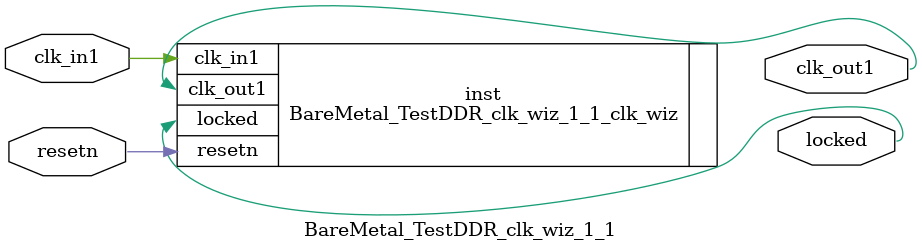
<source format=v>


`timescale 1ps/1ps

(* CORE_GENERATION_INFO = "BareMetal_TestDDR_clk_wiz_1_1,clk_wiz_v6_0_11_0_0,{component_name=BareMetal_TestDDR_clk_wiz_1_1,use_phase_alignment=true,use_min_o_jitter=false,use_max_i_jitter=false,use_dyn_phase_shift=false,use_inclk_switchover=false,use_dyn_reconfig=false,enable_axi=0,feedback_source=FDBK_AUTO,PRIMITIVE=MMCM,num_out_clk=1,clkin1_period=12.500,clkin2_period=10.0,use_power_down=false,use_reset=true,use_locked=true,use_inclk_stopped=false,feedback_type=SINGLE,CLOCK_MGR_TYPE=NA,manual_override=false}" *)

module BareMetal_TestDDR_clk_wiz_1_1 
 (
  // Clock out ports
  output        clk_out1,
  // Status and control signals
  input         resetn,
  output        locked,
 // Clock in ports
  input         clk_in1
 );

  BareMetal_TestDDR_clk_wiz_1_1_clk_wiz inst
  (
  // Clock out ports  
  .clk_out1(clk_out1),
  // Status and control signals               
  .resetn(resetn), 
  .locked(locked),
 // Clock in ports
  .clk_in1(clk_in1)
  );

endmodule

</source>
